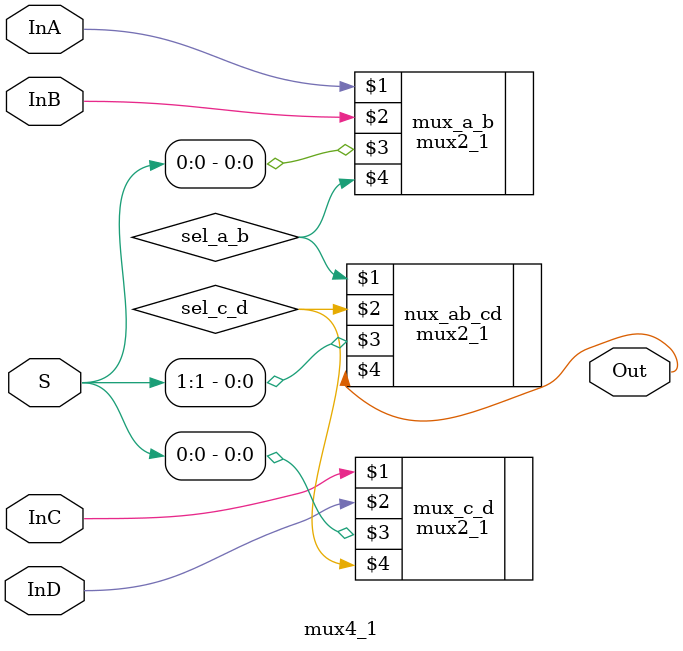
<source format=v>
/*
    CS/ECE 552 Spring '19
    Homework #3, Problem 1

    4-1 mux template
    @author Michael Yang
*/
module mux4_1(InA, InB, InC, InD, S, Out);
    input        InA, InB, InC, InD;
    input [1:0]  S;
    output       Out;

    // YOUR CODE HERE
    wire sel_a_b, sel_c_d; 
    mux2_1 mux_a_b (InA, InB, S[0], sel_a_b),
        mux_c_d (InC, InD, S[0], sel_c_d), 
        nux_ab_cd (sel_a_b, sel_c_d, S[1], Out);

endmodule

</source>
